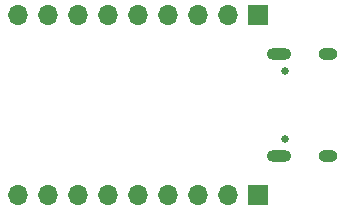
<source format=gbr>
%TF.GenerationSoftware,KiCad,Pcbnew,(6.0.0)*%
%TF.CreationDate,2022-01-12T23:40:10-08:00*%
%TF.ProjectId,lofive-unchained,6c6f6669-7665-42d7-956e-636861696e65,rev?*%
%TF.SameCoordinates,Original*%
%TF.FileFunction,Soldermask,Bot*%
%TF.FilePolarity,Negative*%
%FSLAX46Y46*%
G04 Gerber Fmt 4.6, Leading zero omitted, Abs format (unit mm)*
G04 Created by KiCad (PCBNEW (6.0.0)) date 2022-01-12 23:40:10*
%MOMM*%
%LPD*%
G01*
G04 APERTURE LIST*
%ADD10C,0.650000*%
%ADD11O,2.100000X1.000000*%
%ADD12O,1.600000X1.000000*%
%ADD13R,1.700000X1.700000*%
%ADD14O,1.700000X1.700000*%
G04 APERTURE END LIST*
D10*
%TO.C,J3*%
X141983200Y-72042600D03*
X141983200Y-77822600D03*
D11*
X141453200Y-70612600D03*
X141453200Y-79252600D03*
D12*
X145633200Y-70612600D03*
X145633200Y-79252600D03*
%TD*%
D13*
%TO.C,J1*%
X139690000Y-67310000D03*
D14*
X137150000Y-67310000D03*
X134610000Y-67310000D03*
X132070000Y-67310000D03*
X129530000Y-67310000D03*
X126990000Y-67310000D03*
X124450000Y-67310000D03*
X121910000Y-67310000D03*
X119370000Y-67310000D03*
%TD*%
D13*
%TO.C,J2*%
X139690000Y-82550000D03*
D14*
X137150000Y-82550000D03*
X134610000Y-82550000D03*
X132070000Y-82550000D03*
X129530000Y-82550000D03*
X126990000Y-82550000D03*
X124450000Y-82550000D03*
X121910000Y-82550000D03*
X119370000Y-82550000D03*
%TD*%
M02*

</source>
